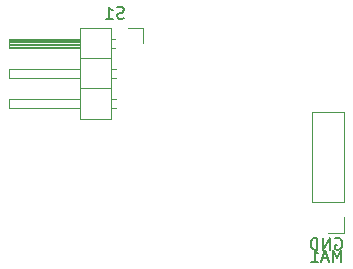
<source format=gbr>
%TF.GenerationSoftware,KiCad,Pcbnew,5.1.9-73d0e3b20d~88~ubuntu20.04.1*%
%TF.CreationDate,2021-04-09T16:28:33+02:00*%
%TF.ProjectId,pcb_port_gobelet,7063625f-706f-4727-945f-676f62656c65,rev?*%
%TF.SameCoordinates,Original*%
%TF.FileFunction,Legend,Bot*%
%TF.FilePolarity,Positive*%
%FSLAX46Y46*%
G04 Gerber Fmt 4.6, Leading zero omitted, Abs format (unit mm)*
G04 Created by KiCad (PCBNEW 5.1.9-73d0e3b20d~88~ubuntu20.04.1) date 2021-04-09 16:28:33*
%MOMM*%
%LPD*%
G01*
G04 APERTURE LIST*
%ADD10C,0.150000*%
%ADD11C,0.120000*%
G04 APERTURE END LIST*
D10*
X140334904Y-132596000D02*
X140430142Y-132548380D01*
X140573000Y-132548380D01*
X140715857Y-132596000D01*
X140811095Y-132691238D01*
X140858714Y-132786476D01*
X140906333Y-132976952D01*
X140906333Y-133119809D01*
X140858714Y-133310285D01*
X140811095Y-133405523D01*
X140715857Y-133500761D01*
X140573000Y-133548380D01*
X140477761Y-133548380D01*
X140334904Y-133500761D01*
X140287285Y-133453142D01*
X140287285Y-133119809D01*
X140477761Y-133119809D01*
X139858714Y-133548380D02*
X139858714Y-132548380D01*
X139287285Y-133548380D01*
X139287285Y-132548380D01*
X138811095Y-133548380D02*
X138811095Y-132548380D01*
X138573000Y-132548380D01*
X138430142Y-132596000D01*
X138334904Y-132691238D01*
X138287285Y-132786476D01*
X138239666Y-132976952D01*
X138239666Y-133119809D01*
X138287285Y-133310285D01*
X138334904Y-133405523D01*
X138430142Y-133500761D01*
X138573000Y-133548380D01*
X138811095Y-133548380D01*
D11*
%TO.C,MA1*%
X139700000Y-132140000D02*
X141030000Y-132140000D01*
X141030000Y-132140000D02*
X141030000Y-130810000D01*
X141030000Y-129540000D02*
X141030000Y-121860000D01*
X138370000Y-121860000D02*
X141030000Y-121860000D01*
X138370000Y-129540000D02*
X138370000Y-121860000D01*
X138370000Y-129540000D02*
X141030000Y-129540000D01*
%TO.C,S1*%
X124079000Y-114808000D02*
X122809000Y-114808000D01*
X124079000Y-116078000D02*
X124079000Y-114808000D01*
X121766071Y-121538000D02*
X121369000Y-121538000D01*
X121766071Y-120778000D02*
X121369000Y-120778000D01*
X112709000Y-121538000D02*
X118709000Y-121538000D01*
X112709000Y-120778000D02*
X112709000Y-121538000D01*
X118709000Y-120778000D02*
X112709000Y-120778000D01*
X121369000Y-119888000D02*
X118709000Y-119888000D01*
X121766071Y-118998000D02*
X121369000Y-118998000D01*
X121766071Y-118238000D02*
X121369000Y-118238000D01*
X112709000Y-118998000D02*
X118709000Y-118998000D01*
X112709000Y-118238000D02*
X112709000Y-118998000D01*
X118709000Y-118238000D02*
X112709000Y-118238000D01*
X121369000Y-117348000D02*
X118709000Y-117348000D01*
X121699000Y-116458000D02*
X121369000Y-116458000D01*
X121699000Y-115698000D02*
X121369000Y-115698000D01*
X118709000Y-116358000D02*
X112709000Y-116358000D01*
X118709000Y-116238000D02*
X112709000Y-116238000D01*
X118709000Y-116118000D02*
X112709000Y-116118000D01*
X118709000Y-115998000D02*
X112709000Y-115998000D01*
X118709000Y-115878000D02*
X112709000Y-115878000D01*
X118709000Y-115758000D02*
X112709000Y-115758000D01*
X112709000Y-116458000D02*
X118709000Y-116458000D01*
X112709000Y-115698000D02*
X112709000Y-116458000D01*
X118709000Y-115698000D02*
X112709000Y-115698000D01*
X118709000Y-114748000D02*
X121369000Y-114748000D01*
X118709000Y-122488000D02*
X118709000Y-114748000D01*
X121369000Y-122488000D02*
X118709000Y-122488000D01*
X121369000Y-114748000D02*
X121369000Y-122488000D01*
%TO.C,MA1*%
D10*
X140811095Y-134564380D02*
X140811095Y-133564380D01*
X140477761Y-134278666D01*
X140144428Y-133564380D01*
X140144428Y-134564380D01*
X139715857Y-134278666D02*
X139239666Y-134278666D01*
X139811095Y-134564380D02*
X139477761Y-133564380D01*
X139144428Y-134564380D01*
X138287285Y-134564380D02*
X138858714Y-134564380D01*
X138573000Y-134564380D02*
X138573000Y-133564380D01*
X138668238Y-133707238D01*
X138763476Y-133802476D01*
X138858714Y-133850095D01*
%TO.C,S1*%
X122427904Y-113942761D02*
X122285047Y-113990380D01*
X122046952Y-113990380D01*
X121951714Y-113942761D01*
X121904095Y-113895142D01*
X121856476Y-113799904D01*
X121856476Y-113704666D01*
X121904095Y-113609428D01*
X121951714Y-113561809D01*
X122046952Y-113514190D01*
X122237428Y-113466571D01*
X122332666Y-113418952D01*
X122380285Y-113371333D01*
X122427904Y-113276095D01*
X122427904Y-113180857D01*
X122380285Y-113085619D01*
X122332666Y-113038000D01*
X122237428Y-112990380D01*
X121999333Y-112990380D01*
X121856476Y-113038000D01*
X120904095Y-113990380D02*
X121475523Y-113990380D01*
X121189809Y-113990380D02*
X121189809Y-112990380D01*
X121285047Y-113133238D01*
X121380285Y-113228476D01*
X121475523Y-113276095D01*
%TD*%
M02*

</source>
